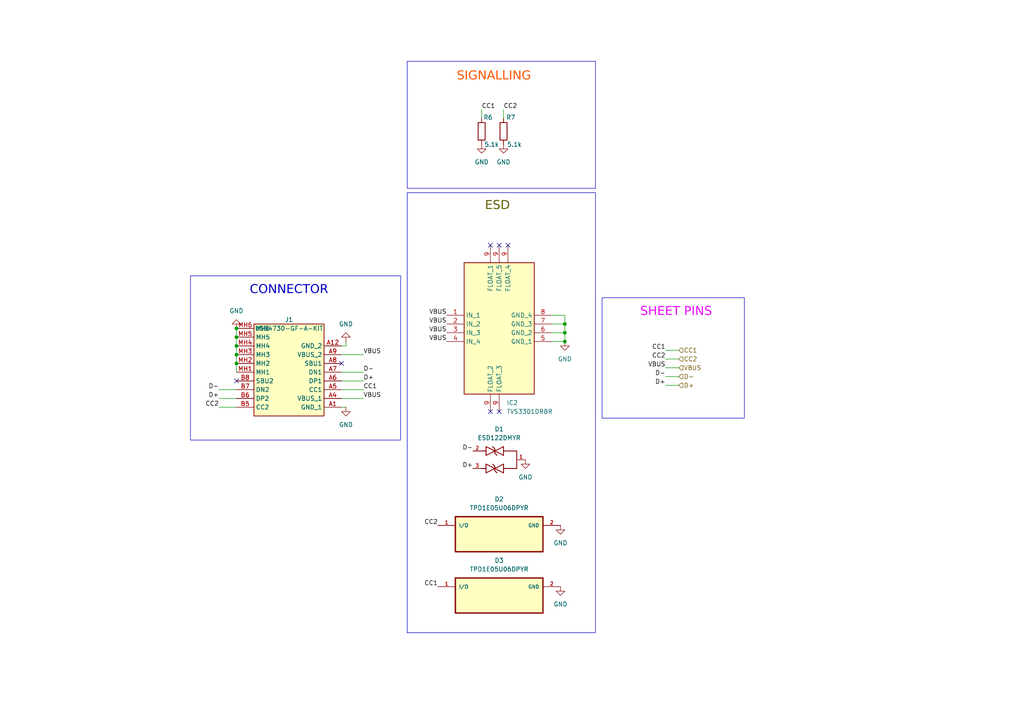
<source format=kicad_sch>
(kicad_sch (version 20250114) (generator "eeschema") (generator_version "9.0")
  (paper "A4")
  (lib_symbols
    (symbol "Device:R" (pin_numbers (hide yes)) (pin_names (offset 0))
      (property "Reference" "R" (at 2.032 0 90))
      (property "Value" "R" (at 0 0 90))
      (symbol "R_0_1"
        (rectangle (start -1.016 -2.54) (end 1.016 2.54) (stroke (width 0.254)))
      )
      (symbol "R_1_1"
        (pin passive line (at 0 3.81 270) (length 1.27) (name "~") (number "1"))
        (pin passive line (at 0 -3.81 90) (length 1.27) (name "~") (number "2"))
      )
    )
    (symbol "Symbols:ESD122DMYR" (pin_names (offset 1.016))
      (property "Reference" "D" (at -7.62 5.08 0))
      (property "Value" "ESD122DMYR" (at -7.62 -7.62 0))
      (property "Footprint" "Footprints:DIO_ESD122DMYR" (at 0 0 0))
      (symbol "ESD122DMYR_0_0"
        (polyline (pts (xy -5.08 2.54) (xy -3.81 2.54)) (stroke (width 0.254)))
        (polyline (pts (xy -5.08 -2.54) (xy -3.81 -2.54)) (stroke (width 0.254)))
        (polyline (pts (xy -3.81 3.81) (xy -3.81 2.54)) (stroke (width 0.254)))
        (polyline (pts (xy -3.81 2.54) (xy -3.81 1.27)) (stroke (width 0.254)))
        (polyline (pts (xy -3.81 1.27) (xy -1.27 2.54)) (stroke (width 0.254)))
        (polyline (pts (xy -3.81 -1.27) (xy -3.81 -2.54)) (stroke (width 0.254)))
        (polyline (pts (xy -3.81 -2.54) (xy -3.81 -3.81)) (stroke (width 0.254)))
        (polyline (pts (xy -3.81 -3.81) (xy -1.27 -2.54)) (stroke (width 0.254)))
        (polyline (pts (xy -1.27 3.175) (xy -1.905 3.81)) (stroke (width 0.254)))
        (polyline (pts (xy -1.27 2.54) (xy -3.81 3.81)) (stroke (width 0.254)))
        (polyline (pts (xy -1.27 2.54) (xy -1.27 3.175)) (stroke (width 0.254)))
        (polyline (pts (xy -1.27 2.54) (xy 1.27 1.27)) (stroke (width 0.254)))
        (polyline (pts (xy -1.27 1.905) (xy -1.27 2.54)) (stroke (width 0.254)))
        (polyline (pts (xy -1.27 -1.905) (xy -1.905 -1.27)) (stroke (width 0.254)))
        (polyline (pts (xy -1.27 -2.54) (xy -3.81 -1.27)) (stroke (width 0.254)))
        (polyline (pts (xy -1.27 -2.54) (xy -1.27 -1.905)) (stroke (width 0.254)))
        (polyline (pts (xy -1.27 -2.54) (xy 1.27 -3.81)) (stroke (width 0.254)))
        (polyline (pts (xy -1.27 -3.175) (xy -1.27 -2.54)) (stroke (width 0.254)))
        (polyline (pts (xy -0.635 1.27) (xy -1.27 1.905)) (stroke (width 0.254)))
        (polyline (pts (xy -0.635 -3.81) (xy -1.27 -3.175)) (stroke (width 0.254)))
        (polyline (pts (xy 1.27 3.81) (xy -1.27 2.54)) (stroke (width 0.254)))
        (polyline (pts (xy 1.27 2.54) (xy 1.27 3.81)) (stroke (width 0.254)))
        (polyline (pts (xy 1.27 2.54) (xy 5.08 2.54)) (stroke (width 0.254)))
        (polyline (pts (xy 1.27 1.27) (xy 1.27 2.54)) (stroke (width 0.254)))
        (polyline (pts (xy 1.27 -1.27) (xy -1.27 -2.54)) (stroke (width 0.254)))
        (polyline (pts (xy 1.27 -2.54) (xy 1.27 -1.27)) (stroke (width 0.254)))
        (polyline (pts (xy 1.27 -3.81) (xy 1.27 -2.54)) (stroke (width 0.254)))
        (polyline (pts (xy 5.08 -2.54) (xy 1.27 -2.54)) (stroke (width 0.254)))
        (rectangle (start 5.08 -2.54) (end 5.08 2.54) (stroke (width 0.254)) (fill (type background)))
        (pin passive line (at -7.62 2.54 0) (length 2.54) (name "~") (number "2"))
        (pin passive line (at -7.62 -2.54 0) (length 2.54) (name "~") (number "3"))
        (pin power_in line (at 7.62 0 180) (length 2.54) (name "~") (number "1"))
      )
    )
    (symbol "Symbols:TPD1E05U06DPYR" (pin_names (offset 1.016))
      (property "Reference" "D" (at -12.7 6.08 0))
      (property "Value" "TPD1E05U06DPYR" (at -12.7 -9.08 0))
      (symbol "TPD1E05U06DPYR_0_0"
        (rectangle (start -12.7 -5.08) (end 12.7 5.08) (stroke (width 0.41)) (fill (type background)))
        (pin bidirectional line (at -17.78 2.54 0) (length 5.08) (name "I/O") (number "1"))
        (pin power_in line (at 17.78 2.54 180) (length 5.08) (name "GND") (number "2"))
      )
    )
    (symbol "Symbols:TVS3301DRBR"
      (property "Reference" "IC" (at 26.67 20.32 0))
      (property "Value" "TVS3301DRBR" (at 26.67 17.78 0))
      (symbol "TVS3301DRBR_1_1"
        (rectangle (start 5.08 15.24) (end 25.4 -22.86) (stroke (width 0.254)) (fill (type background)))
        (pin passive line (at 0 0 0) (length 5.08) (name "IN_1") (number "1"))
        (pin passive line (at 0 -2.54 0) (length 5.08) (name "IN_2") (number "2"))
        (pin passive line (at 0 -5.08 0) (length 5.08) (name "IN_3") (number "3"))
        (pin passive line (at 0 -7.62 0) (length 5.08) (name "IN_4") (number "4"))
        (pin passive line (at 12.7 20.32 270) (length 5.08) (name "FLOAT_1") (number "9"))
        (pin passive line (at 12.7 -27.94 90) (length 5.08) (name "FLOAT_2") (number "9"))
        (pin passive line (at 15.24 20.32 270) (length 5.08) (name "FLOAT_5") (number "9"))
        (pin passive line (at 15.24 -27.94 90) (length 5.08) (name "FLOAT_3") (number "9"))
        (pin passive line (at 17.78 20.32 270) (length 5.08) (name "FLOAT_4") (number "9"))
        (pin passive line (at 30.48 0 180) (length 5.08) (name "GND_4") (number "8"))
        (pin passive line (at 30.48 -2.54 180) (length 5.08) (name "GND_3") (number "7"))
        (pin passive line (at 30.48 -5.08 180) (length 5.08) (name "GND_2") (number "6"))
        (pin passive line (at 30.48 -7.62 180) (length 5.08) (name "GND_1") (number "5"))
      )
    )
    (symbol "Symbols:USB4730-GF-A-KIT"
      (property "Reference" "J" (at 26.67 7.62 0))
      (property "Value" "USB4730-GF-A-KIT" (at 26.67 5.08 0))
      (symbol "USB4730-GF-A-KIT_1_1"
        (rectangle (start 5.08 2.54) (end 25.4 -24.13) (stroke (width 0.254)) (fill (type background)))
        (pin passive line (at 0 0 0) (length 5.08) (name "GND_1") (number "A1"))
        (pin passive line (at 0 -2.54 0) (length 5.08) (name "VBUS_1") (number "A4"))
        (pin passive line (at 0 -5.08 0) (length 5.08) (name "CC1") (number "A5"))
        (pin passive line (at 0 -7.62 0) (length 5.08) (name "DP1") (number "A6"))
        (pin passive line (at 0 -10.16 0) (length 5.08) (name "DN1") (number "A7"))
        (pin passive line (at 0 -12.7 0) (length 5.08) (name "SBU1") (number "A8"))
        (pin passive line (at 0 -15.24 0) (length 5.08) (name "VBUS_2") (number "A9"))
        (pin passive line (at 0 -17.78 0) (length 5.08) (name "GND_2") (number "A12"))
        (pin passive line (at 30.48 0 180) (length 5.08) (name "CC2") (number "B5"))
        (pin passive line (at 30.48 -2.54 180) (length 5.08) (name "DP2") (number "B6"))
        (pin passive line (at 30.48 -5.08 180) (length 5.08) (name "DN2") (number "B7"))
        (pin passive line (at 30.48 -7.62 180) (length 5.08) (name "SBU2") (number "B8"))
        (pin passive line (at 30.48 -10.16 180) (length 5.08) (name "MH1") (number "MH1"))
        (pin passive line (at 30.48 -12.7 180) (length 5.08) (name "MH2") (number "MH2"))
        (pin passive line (at 30.48 -15.24 180) (length 5.08) (name "MH3") (number "MH3"))
        (pin passive line (at 30.48 -17.78 180) (length 5.08) (name "MH4") (number "MH4"))
        (pin passive line (at 30.48 -20.32 180) (length 5.08) (name "MH5") (number "MH5"))
        (pin passive line (at 30.48 -22.86 180) (length 5.08) (name "MH6") (number "MH6"))
      )
    )
    (symbol "power:GND" (power) (pin_numbers (hide yes)) (pin_names (offset 0) (hide yes))
      (property "Value" "GND" (at 0 -3.81 0))
      (symbol "GND_0_1"
        (polyline (pts (xy 0 0) (xy 0 -1.27) (xy 1.27 -1.27) (xy 0 -2.54) (xy -1.27 -1.27) (xy 0 -1.27)))
      )
      (symbol "GND_1_1"
        (pin power_in line (at 0 0 270) (length 0) (name "~") (number "1"))
      )
    )
  )
  (rectangle (start 118.11 17.78) (end 172.72 54.61))
  (rectangle (start 174.625 86.36) (end 215.9 121.285))
  (rectangle (start 118.11 55.88) (end 172.72 183.515))
  (rectangle (start 55.245 80.01) (end 116.205 127.635))
  (text "ESD" (at 144.272 60.452 0) (effects (font (size 2.54 2.54))))
  (text "SHEET PINS\n" (at 196.088 91.186 0) (effects (font (size 2.54 2.54))))
  (text "CONNECTOR" (at 83.82 84.836 0) (effects (font (size 2.54 2.54))))
  (text "SIGNALLING" (at 143.256 22.86 0) (effects (font (size 2.54 2.54))))
  (junction (at 163.83 99.06))
  (junction (at 68.58 95.25))
  (junction (at 163.83 93.98))
  (junction (at 68.58 100.33))
  (junction (at 68.58 97.79))
  (junction (at 163.83 96.52))
  (junction (at 68.58 102.87))
  (junction (at 68.58 105.41))
  (no_connect (at 147.32 71.12))
  (no_connect (at 142.24 119.38))
  (no_connect (at 144.78 119.38))
  (no_connect (at 144.78 71.12))
  (no_connect (at 99.06 105.41))
  (no_connect (at 142.24 71.12))
  (no_connect (at 68.58 110.49))
  (wire (pts (xy 105.41 113.03) (xy 99.06 113.03)))
  (wire (pts (xy 193.04 109.22) (xy 196.85 109.22)))
  (wire (pts (xy 105.41 102.87) (xy 99.06 102.87)))
  (wire (pts (xy 105.41 107.95) (xy 99.06 107.95)))
  (wire (pts (xy 68.58 105.41) (xy 68.58 107.95)))
  (wire (pts (xy 100.33 100.33) (xy 100.33 99.06)))
  (wire (pts (xy 163.83 93.98) (xy 160.02 93.98)))
  (wire (pts (xy 193.04 104.14) (xy 196.85 104.14)))
  (wire (pts (xy 163.83 96.52) (xy 160.02 96.52)))
  (wire (pts (xy 68.58 95.25) (xy 68.58 97.79)))
  (wire (pts (xy 68.58 97.79) (xy 68.58 100.33)))
  (wire (pts (xy 68.58 100.33) (xy 68.58 102.87)))
  (wire (pts (xy 146.05 31.75) (xy 146.05 34.29)))
  (wire (pts (xy 163.83 96.52) (xy 163.83 99.06)))
  (wire (pts (xy 163.83 93.98) (xy 163.83 96.52)))
  (wire (pts (xy 63.5 118.11) (xy 68.58 118.11)))
  (wire (pts (xy 105.41 110.49) (xy 99.06 110.49)))
  (wire (pts (xy 163.83 91.44) (xy 163.83 93.98)))
  (wire (pts (xy 105.41 115.57) (xy 99.06 115.57)))
  (wire (pts (xy 68.58 102.87) (xy 68.58 105.41)))
  (wire (pts (xy 99.06 100.33) (xy 100.33 100.33)))
  (wire (pts (xy 193.04 111.76) (xy 196.85 111.76)))
  (wire (pts (xy 63.5 113.03) (xy 68.58 113.03)))
  (wire (pts (xy 193.04 101.6) (xy 196.85 101.6)))
  (wire (pts (xy 193.04 106.68) (xy 196.85 106.68)))
  (wire (pts (xy 139.7 31.75) (xy 139.7 34.29)))
  (wire (pts (xy 100.33 118.11) (xy 99.06 118.11)))
  (wire (pts (xy 63.5 115.57) (xy 68.58 115.57)))
  (wire (pts (xy 163.83 91.44) (xy 160.02 91.44)))
  (wire (pts (xy 163.83 99.06) (xy 160.02 99.06)))
  (label "CC1" (at 193.04 101.6 180))
  (label "CC2" (at 127 152.4 180))
  (label "VBUS" (at 105.41 115.57 0))
  (label "VBUS" (at 129.54 99.06 180))
  (label "VBUS" (at 129.54 93.98 180))
  (label "D-" (at 63.5 113.03 180))
  (label "VBUS" (at 193.04 106.68 180))
  (label "CC1" (at 139.7 31.75 0))
  (label "CC1" (at 105.41 113.03 0))
  (label "VBUS" (at 105.41 102.87 0))
  (label "CC2" (at 63.5 118.11 180))
  (label "D+" (at 193.04 111.76 180))
  (label "D-" (at 105.41 107.95 0))
  (label "D+" (at 137.16 135.89 180))
  (label "CC2" (at 193.04 104.14 180))
  (label "CC2" (at 146.05 31.75 0))
  (label "D-" (at 193.04 109.22 180))
  (label "CC1" (at 127 170.18 180))
  (label "D+" (at 105.41 110.49 0))
  (label "D+" (at 63.5 115.57 180))
  (label "D-" (at 137.16 130.81 180))
  (label "VBUS" (at 129.54 96.52 180))
  (label "VBUS" (at 129.54 91.44 180))
  (hierarchical_label "D-" (shape input) (at 196.85 109.22 0))
  (hierarchical_label "D+" (shape input) (at 196.85 111.76 0))
  (hierarchical_label "CC1" (shape input) (at 196.85 101.6 0))
  (hierarchical_label "VBUS" (shape input) (at 196.85 106.68 0))
  (hierarchical_label "CC2" (shape input) (at 196.85 104.14 0))
  (symbol (lib_id "power:GND") (at 100.33 118.11 0) (unit 1)
    (property "Reference" "#PWR013" (effects (hide yes)))
    (property "Value" "GND" (at 100.33 123.19 0))
    (property "Description" "Power symbol creates a global label with name \"GND\" , ground" (effects (hide yes)))
    (instances (project "Afterburner_Nano" (path "" (reference "#PWR013") (unit 1)) (path "" (reference "#PWR045") (unit 1))))
  )
  (symbol (lib_id "Symbols:TPD1E05U06DPYR") (at 144.78 172.72 0) (unit 1)
    (property "Reference" "D3" (at 144.78 162.56 0))
    (property "Value" "TPD1E05U06DPYR" (at 144.78 165.1 0))
    (property "Footprint" "Footprints:DIO_TPD1E05U06DPYR" (effects (hide yes)))
    (property "Digikey" "296-39341-2-ND" (effects (hide yes)))
    (property "Mouser" "595-TPD1E05U06DPYR " (effects (hide yes)))
    (property "MPN" "TPD1E05U06DPYR" (effects (hide yes)))
    (instances (project "Afterburner_Nano" (path "" (reference "D3") (unit 1)) (path "" (reference "D6") (unit 1))))
  )
  (symbol (lib_id "power:GND") (at 146.05 41.91 0) (unit 1)
    (property "Reference" "#PWR010" (effects (hide yes)))
    (property "Value" "GND" (at 146.05 46.99 0))
    (property "Description" "Power symbol creates a global label with name \"GND\" , ground" (effects (hide yes)))
    (instances (project "Afterburner_Nano" (path "" (reference "#PWR010") (unit 1)) (path "" (reference "#PWR042") (unit 1))))
  )
  (symbol (lib_id "power:GND") (at 163.83 99.06 0) (unit 1)
    (property "Reference" "#PWR011" (effects (hide yes)))
    (property "Value" "GND" (at 163.83 104.14 0))
    (property "Description" "Power symbol creates a global label with name \"GND\" , ground" (effects (hide yes)))
    (instances (project "Afterburner_Nano" (path "" (reference "#PWR011") (unit 1)) (path "" (reference "#PWR043") (unit 1))))
  )
  (symbol (lib_id "power:GND") (at 162.56 152.4 0) (unit 1)
    (property "Reference" "#PWR015" (effects (hide yes)))
    (property "Value" "GND" (at 162.56 157.48 0))
    (property "Description" "Power symbol creates a global label with name \"GND\" , ground" (effects (hide yes)))
    (instances (project "Afterburner_Nano" (path "" (reference "#PWR015") (unit 1)) (path "" (reference "#PWR047") (unit 1))))
  )
  (symbol (lib_id "power:GND") (at 162.56 170.18 0) (unit 1)
    (property "Reference" "#PWR016" (effects (hide yes)))
    (property "Value" "GND" (at 162.56 175.26 0))
    (property "Description" "Power symbol creates a global label with name \"GND\" , ground" (effects (hide yes)))
    (instances (project "Afterburner_Nano" (path "" (reference "#PWR016") (unit 1)) (path "" (reference "#PWR048") (unit 1))))
  )
  (symbol (lib_id "Symbols:ESD122DMYR") (at 144.78 133.35 0) (unit 1)
    (property "Reference" "D1" (at 144.78 124.46 0))
    (property "Value" "ESD122DMYR" (at 144.78 127 0))
    (property "Footprint" "Footprints:DIO_ESD122DMYR" (effects (hide yes)))
    (property "PARTREV" "A" (effects (hide yes)))
    (property "STANDARD" "Manufacturer Recommendations" (effects (hide yes)))
    (property "SNAPEDA_PACKAGE_ID" "103746" (effects (hide yes)))
    (property "MAXIMUM_PACKAGE_HEIGHT" "0.4 mm" (effects (hide yes)))
    (property "MANUFACTURER" "Texas Instruments" (effects (hide yes)))
    (property "Digikey" "296-47120-2-ND" (effects (hide yes)))
    (property "Mouser" "595-ESD122DMYR " (effects (hide yes)))
    (property "MPN" "ESD122DMYR" (effects (hide yes)))
    (instances (project "Afterburner_Nano" (path "" (reference "D1") (unit 1)) (path "" (reference "D4") (unit 1))))
  )
  (symbol (lib_id "power:GND") (at 152.4 133.35 0) (unit 1)
    (property "Reference" "#PWR014" (effects (hide yes)))
    (property "Value" "GND" (at 152.4 138.43 0))
    (property "Description" "Power symbol creates a global label with name \"GND\" , ground" (effects (hide yes)))
    (instances (project "Afterburner_Nano" (path "" (reference "#PWR014") (unit 1)) (path "" (reference "#PWR046") (unit 1))))
  )
  (symbol (lib_id "Symbols:USB4730-GF-A-KIT") (at 99.06 118.11 180) (unit 1)
    (property "Reference" "J1" (at 83.82 92.71 0))
    (property "Value" "USB4730-GF-A-KIT" (at 83.82 95.25 0))
    (property "Footprint" "Footprints:USB4730GFAKIT" (effects (hide yes)))
    (property "Datasheet" "https://www.gct.co/files/drawings/USB4730.pdf" (effects (hide yes)))
    (property "Description" "USB Connectors USB2.0 TypeC Recpt. Kit, w/GASKET GF, 16P Horz T.Mt. SMT, IP67" (effects (hide yes)))
    (property "Height" "4.81" (effects (hide yes)))
    (property "Mouser Part Number" "640-USB4730GFAKIT" (effects (hide yes)))
    (property "Mouser Price/Stock" "https://www.mouser.co.uk/ProductDetail/GCT/USB4730-GF-A-KIT?qs=Z%252BL2brAPG1IoU%252BBwnQ%2FE8Q%3D%3D" (effects (hide yes)))
    (property "Manufacturer_Name" "GCT (GLOBAL CONNECTOR TECHNOLOGY)" (effects (hide yes)))
    (property "Manufacturer_Part_Number" "USB4730-GF-A-KIT" (effects (hide yes)))
    (property "Digikey" "2073-USB4730-GF-A-KITTR-ND" (effects (hide yes)))
    (property "Mouser" "640-USB4730GFAKIT " (effects (hide yes)))
    (property "MPN" "USB4730-GF-A-KIT" (effects (hide yes)))
    (instances (project "Afterburner_Nano" (path "" (reference "J1") (unit 1)) (path "" (reference "J5") (unit 1))))
  )
  (symbol (lib_id "Symbols:TPD1E05U06DPYR") (at 144.78 154.94 0) (unit 1)
    (property "Reference" "D2" (at 144.78 144.78 0))
    (property "Value" "TPD1E05U06DPYR" (at 144.78 147.32 0))
    (property "Footprint" "Footprints:DIO_TPD1E05U06DPYR" (effects (hide yes)))
    (property "Digikey" "296-39341-2-ND" (effects (hide yes)))
    (property "Mouser" "595-TPD1E05U06DPYR " (effects (hide yes)))
    (property "MPN" "TPD1E05U06DPYR" (effects (hide yes)))
    (instances (project "Afterburner_Nano" (path "" (reference "D2") (unit 1)) (path "" (reference "D5") (unit 1))))
  )
  (symbol (lib_id "Device:R") (at 139.7 38.1 0) (unit 1)
    (property "Reference" "R6" (at 140.208 34.036 0) (effects (justify left)))
    (property "Value" "5.1k" (at 140.462 41.91 0) (effects (justify left)))
    (property "Footprint" "Resistor_SMD:R_0402_1005Metric" (effects (hide yes)))
    (property "Description" "Resistor" (effects (hide yes)))
    (property "MPN" "GPR04025K1" (effects (hide yes)))
    (instances (project "Afterburner_Nano" (path "" (reference "R6") (unit 1)) (path "" (reference "R66") (unit 1))))
  )
  (symbol (lib_id "Device:R") (at 146.05 38.1 0) (unit 1)
    (property "Reference" "R7" (at 146.812 34.036 0) (effects (justify left)))
    (property "Value" "5.1k" (at 147.066 41.91 0) (effects (justify left)))
    (property "Footprint" "Resistor_SMD:R_0402_1005Metric" (effects (hide yes)))
    (property "Description" "Resistor" (effects (hide yes)))
    (property "MPN" "GPR04025K1" (effects (hide yes)))
    (instances (project "Afterburner_Nano" (path "" (reference "R7") (unit 1)) (path "" (reference "R77") (unit 1))))
  )
  (symbol (lib_id "power:GND") (at 68.58 95.25 180) (unit 1)
    (property "Reference" "#PWR034" (effects (hide yes)))
    (property "Value" "GND" (at 68.58 90.17 0))
    (property "Description" "Power symbol creates a global label with name \"GND\" , ground" (effects (hide yes)))
    (instances (project "Afterburner_Nano" (path "" (reference "#PWR034") (unit 1)) (path "" (reference "#PWR056") (unit 1))))
  )
  (symbol (lib_id "Symbols:TVS3301DRBR") (at 129.54 91.44 0) (unit 1)
    (property "Reference" "IC2" (at 146.9233 116.84 0) (effects (justify left)))
    (property "Value" "TVS3301DRBR" (at 146.9233 119.38 0) (effects (justify left)))
    (property "Footprint" "Footprints:TVS3301DRBR" (effects (hide yes)))
    (property "Datasheet" "http://www.ti.com/lit/gpn/TVS3301" (effects (hide yes)))
    (property "Description" "33 V Bidirectional Flat-Clamp Surge Protection Device" (effects (hide yes)))
    (property "Height" "1" (effects (hide yes)))
    (property "Mouser Part Number" "595-TVS3301DRBR" (effects (hide yes)))
    (property "Mouser Price/Stock" "https://www.mouser.co.uk/ProductDetail/Texas-Instruments/TVS3301DRBR?qs=byeeYqUIh0NNO6s2cq4%2FZg%3D%3D" (effects (hide yes)))
    (property "Manufacturer_Name" "Texas Instruments" (effects (hide yes)))
    (property "Manufacturer_Part_Number" "TVS3301DRBR" (effects (hide yes)))
    (property "Digikey" "296-53063-2-ND" (effects (hide yes)))
    (property "Mouser" "595-TVS3301DRBR" (effects (hide yes)))
    (property "MPN" "TVS3301DRBR" (effects (hide yes)))
    (instances (project "Afterburner_Nano" (path "" (reference "IC2") (unit 1)) (path "" (reference "IC6") (unit 1))))
  )
  (symbol (lib_id "power:GND") (at 139.7 41.91 0) (unit 1)
    (property "Reference" "#PWR09" (effects (hide yes)))
    (property "Value" "GND" (at 139.7 46.99 0))
    (property "Description" "Power symbol creates a global label with name \"GND\" , ground" (effects (hide yes)))
    (instances (project "Afterburner_Nano" (path "" (reference "#PWR09") (unit 1)) (path "" (reference "#PWR041") (unit 1))))
  )
  (symbol (lib_id "power:GND") (at 100.33 99.06 180) (unit 1)
    (property "Reference" "#PWR012" (effects (hide yes)))
    (property "Value" "GND" (at 100.33 93.98 0))
    (property "Description" "Power symbol creates a global label with name \"GND\" , ground" (effects (hide yes)))
    (instances (project "Afterburner_Nano" (path "" (reference "#PWR012") (unit 1)) (path "" (reference "#PWR044") (unit 1))))
  )
)
</source>
